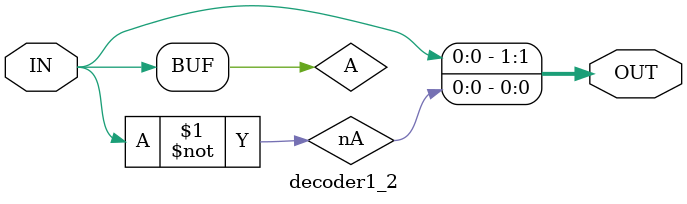
<source format=v>
module decoder1_2(
    input IN,
    output [1:0]OUT
    );
    
    wire A = IN;
    
    nor(nA,A);
    
//    x1
    and(OUT[1], A);
    
//    x0
    and(OUT[0], nA);

endmodule
</source>
